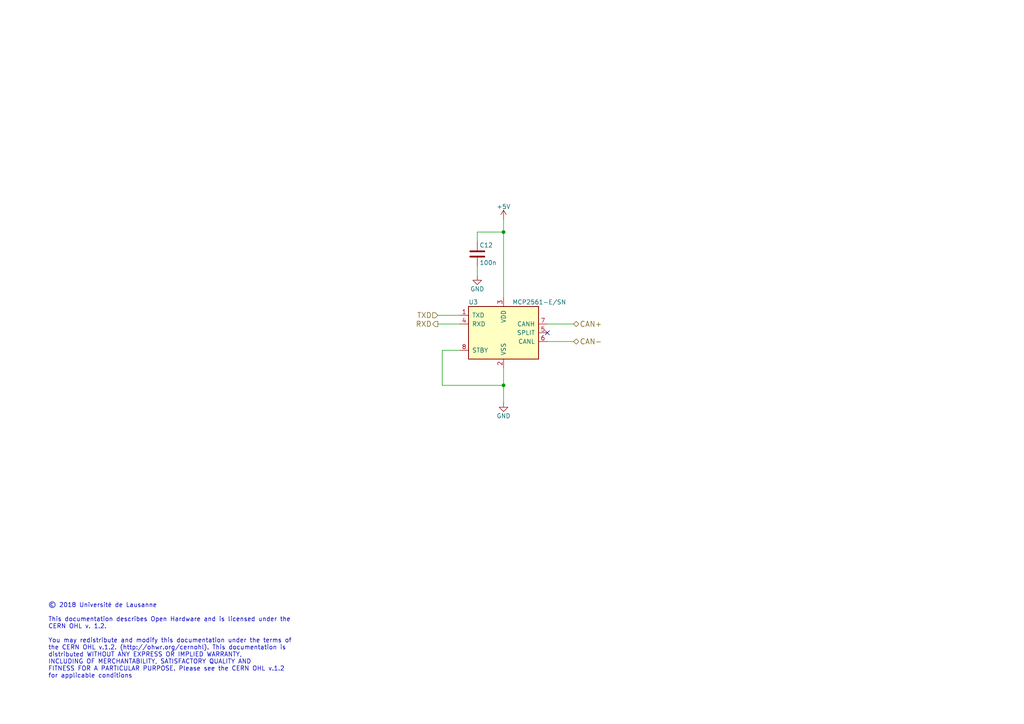
<source format=kicad_sch>
(kicad_sch (version 20231120) (generator "eeschema") (generator_version "8.0")
  (paper "A4")
  (title_block (title "CAN Transceiver") (date "20/11/2018") (rev "A") (company "Université de Lausanne") (comment 1 "Author: Alexandre Tuleu") (comment 2 "Licensed under the CERN OHL v1.2"))
  (lib_symbols
    (symbol "Device:C" (pin_numbers hide) (pin_names (offset 0.254))
      (property "Reference" "C" (at 0.635 2.54 0))
      (property "Value" "C" (at 0.635 -2.54 0))
      (symbol "C_0_1"
        (polyline (pts (xy -2.032 -0.762) (xy 2.032 -0.762)) (stroke (width 0.508)))
        (polyline (pts (xy -2.032 0.762) (xy 2.032 0.762)) (stroke (width 0.508)))
      )
      (symbol "C_1_1"
        (pin passive line (at 0 3.81 270) (length 2.794) (name "~") (number "1"))
        (pin passive line (at 0 -3.81 90) (length 2.794) (name "~") (number "2"))
      )
    )
    (symbol "Interface_CAN_LIN:MCP2561-E-SN" (pin_names (offset 1.016))
      (property "Reference" "U" (at -10.16 8.89 0))
      (property "Value" "MCP2561-E-SN" (at 2.54 8.89 0))
      (symbol "MCP2561-E-SN_0_1"
        (rectangle (start -10.16 7.62) (end 10.16 -7.62) (stroke (width 0.254)) (fill (type background)))
      )
      (symbol "MCP2561-E-SN_1_1"
        (pin input line (at -12.7 5.08 0) (length 2.54) (name "TXD") (number "1"))
        (pin power_in line (at 0 -10.16 90) (length 2.54) (name "VSS") (number "2"))
        (pin power_in line (at 0 10.16 270) (length 2.54) (name "VDD") (number "3"))
        (pin output line (at -12.7 2.54 0) (length 2.54) (name "RXD") (number "4"))
        (pin passive line (at 12.7 0 180) (length 2.54) (name "SPLIT") (number "5"))
        (pin bidirectional line (at 12.7 -2.54 180) (length 2.54) (name "CANL") (number "6"))
        (pin bidirectional line (at 12.7 2.54 180) (length 2.54) (name "CANH") (number "7"))
        (pin input line (at -12.7 -5.08 0) (length 2.54) (name "STBY") (number "8"))
      )
    )
    (symbol "zeus-rescue:+5V-power" (power) (pin_names (offset 0))
      (property "Value" "power_+5V" (at 0 3.556 0))
      (symbol "+5V-power_0_1"
        (polyline (pts (xy -0.762 1.27) (xy 0 2.54)))
        (polyline (pts (xy 0 0) (xy 0 2.54)))
        (polyline (pts (xy 0 2.54) (xy 0.762 1.27)))
      )
      (symbol "+5V-power_1_1"
        (pin power_in line (at 0 0 90) (length 0) hide (name "+5V") (number "1"))
      )
    )
    (symbol "zeus-rescue:GND-power" (power) (pin_names (offset 0))
      (property "Value" "power_GND" (at 0 -3.81 0))
      (symbol "GND-power_0_1"
        (polyline (pts (xy 0 0) (xy 0 -1.27) (xy 1.27 -1.27) (xy 0 -2.54) (xy -1.27 -1.27) (xy 0 -1.27)))
      )
      (symbol "GND-power_1_1"
        (pin power_in line (at 0 0 270) (length 0) hide (name "GND") (number "1"))
      )
    )
  )
  (junction (at 146.05 67.31))
  (junction (at 146.05 111.76))
  (no_connect (at 158.75 96.52))
  (wire (pts (xy 138.43 67.31) (xy 146.05 67.31)))
  (wire (pts (xy 158.75 99.06) (xy 166.37 99.06)))
  (wire (pts (xy 127 93.98) (xy 133.35 93.98)))
  (wire (pts (xy 146.05 111.76) (xy 146.05 116.84)))
  (wire (pts (xy 146.05 63.5) (xy 146.05 67.31)))
  (wire (pts (xy 127 91.44) (xy 133.35 91.44)))
  (wire (pts (xy 133.35 101.6) (xy 128.27 101.6)))
  (wire (pts (xy 138.43 69.85) (xy 138.43 67.31)))
  (wire (pts (xy 128.27 101.6) (xy 128.27 111.76)))
  (wire (pts (xy 138.43 80.01) (xy 138.43 77.47)))
  (wire (pts (xy 128.27 111.76) (xy 146.05 111.76)))
  (wire (pts (xy 146.05 106.68) (xy 146.05 111.76)))
  (wire (pts (xy 158.75 93.98) (xy 166.37 93.98)))
  (wire (pts (xy 146.05 67.31) (xy 146.05 86.36)))
  (text "© 2018 Université de Lausanne\n\nThis documentation describes Open Hardware and is licensed under the\nCERN OHL v. 1.2.\n\nYou may redistribute and modify this documentation under the terms of\nthe CERN OHL v.1.2. (http://ohwr.org/cernohl). This documentation is\ndistributed WITHOUT ANY EXPRESS OR IMPLIED WARRANTY,\nINCLUDING OF MERCHANTABILITY, SATISFACTORY QUALITY AND\nFITNESS FOR A PARTICULAR PURPOSE. Please see the CERN OHL v.1.2\nfor applicable conditions" (at 13.97 196.85 0) (effects (font (size 1.27 1.27)) (justify left bottom)))
  (hierarchical_label "CAN+" (shape bidirectional) (at 166.37 93.98 0) (effects (font (size 1.524 1.524))))
  (hierarchical_label "CAN-" (shape bidirectional) (at 166.37 99.06 0) (effects (font (size 1.524 1.524))))
  (hierarchical_label "TXD" (shape input) (at 127 91.44 180) (effects (font (size 1.524 1.524))))
  (hierarchical_label "RXD" (shape output) (at 127 93.98 180) (effects (font (size 1.524 1.524))))
  (symbol (lib_id "Interface_CAN_LIN:MCP2561-E-SN") (at 146.05 96.52 0) (unit 1)
    (property "Reference" "U3" (at 135.89 87.63 0) (effects (justify left)))
    (property "Value" "MCP2561-E/SN" (at 148.59 87.63 0) (effects (justify left)))
    (property "Footprint" "Package_SO:SOIC-8_3.9x4.9mm_P1.27mm" (effects (hide yes)))
    (property "Description" "MCP2561-E/SN" (effects (hide yes)))
  )
  (symbol (lib_id "zeus-rescue:GND-power") (at 146.05 116.84 0) (unit 1)
    (property "Reference" "#PWR0105" (effects (hide yes)))
    (property "Value" "GND" (at 146.05 120.65 0))
  )
  (symbol (lib_id "Device:C") (at 138.43 73.66 0) (unit 1)
    (property "Reference" "C12" (at 139.065 71.12 0) (effects (justify left)))
    (property "Value" "100n" (at 139.065 76.2 0) (effects (justify left)))
    (property "Footprint" "Capacitor_SMD:C_0603_1608Metric" (effects (hide yes)))
    (property "Description" "GPC0603104" (effects (hide yes)))
  )
  (symbol (lib_id "zeus-rescue:GND-power") (at 138.43 80.01 0) (unit 1)
    (property "Reference" "#PWR0103" (effects (hide yes)))
    (property "Value" "GND" (at 138.43 83.82 0))
  )
  (symbol (lib_id "zeus-rescue:+5V-power") (at 146.05 63.5 0) (unit 1)
    (property "Reference" "#PWR0104" (effects (hide yes)))
    (property "Value" "+5V" (at 146.05 59.944 0))
  )
)
</source>
